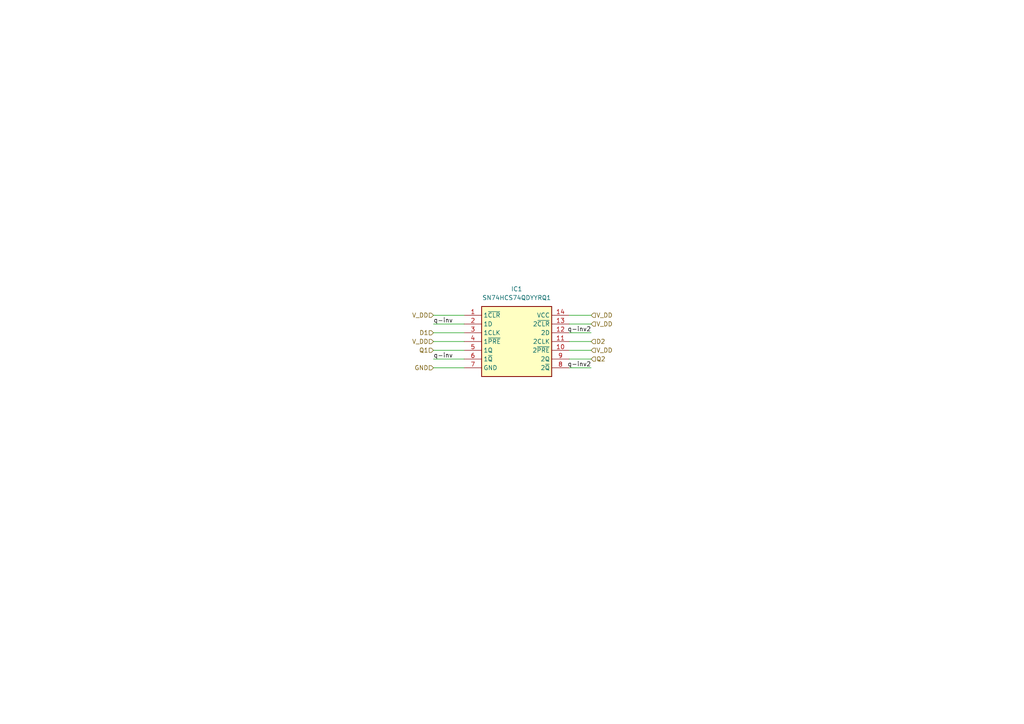
<source format=kicad_sch>
(kicad_sch (version 20250114) (generator "eeschema") (generator_version "9.0")
  (paper "A4")
  (lib_symbols
    (symbol "symbols:SN74HCS74QDYYRQ1"
      (property "Reference" "IC" (at 26.67 7.62 0))
      (property "Value" "SN74HCS74QDYYRQ1" (at 26.67 5.08 0))
      (symbol "SN74HCS74QDYYRQ1_1_1"
        (rectangle (start 5.08 2.54) (end 25.4 -17.78) (stroke (width 0.254)) (fill (type background)))
        (pin passive line (at 0 0 0) (length 5.08) (name "1~{CLR}") (number "1"))
        (pin passive line (at 0 -2.54 0) (length 5.08) (name "1D") (number "2"))
        (pin passive line (at 0 -5.08 0) (length 5.08) (name "1CLK") (number "3"))
        (pin passive line (at 0 -7.62 0) (length 5.08) (name "1~{PRE}") (number "4"))
        (pin passive line (at 0 -10.16 0) (length 5.08) (name "1Q") (number "5"))
        (pin passive line (at 0 -12.7 0) (length 5.08) (name "1~{Q}") (number "6"))
        (pin passive line (at 0 -15.24 0) (length 5.08) (name "GND") (number "7"))
        (pin passive line (at 30.48 0 180) (length 5.08) (name "VCC") (number "14"))
        (pin passive line (at 30.48 -2.54 180) (length 5.08) (name "2~{CLR}") (number "13"))
        (pin passive line (at 30.48 -5.08 180) (length 5.08) (name "2D") (number "12"))
        (pin passive line (at 30.48 -7.62 180) (length 5.08) (name "2CLK") (number "11"))
        (pin passive line (at 30.48 -10.16 180) (length 5.08) (name "2~{PRE}") (number "10"))
        (pin passive line (at 30.48 -12.7 180) (length 5.08) (name "2Q") (number "9"))
        (pin passive line (at 30.48 -15.24 180) (length 5.08) (name "2~{Q}") (number "8"))
      )
    )
  )
  (wire (pts (xy 165.1 99.06) (xy 171.45 99.06)))
  (wire (pts (xy 125.73 106.68) (xy 134.62 106.68)))
  (wire (pts (xy 165.1 96.52) (xy 171.45 96.52)))
  (wire (pts (xy 125.73 91.44) (xy 134.62 91.44)))
  (wire (pts (xy 125.73 96.52) (xy 134.62 96.52)))
  (wire (pts (xy 125.73 104.14) (xy 134.62 104.14)))
  (wire (pts (xy 125.73 101.6) (xy 134.62 101.6)))
  (wire (pts (xy 165.1 93.98) (xy 171.45 93.98)))
  (wire (pts (xy 165.1 101.6) (xy 171.45 101.6)))
  (wire (pts (xy 165.1 104.14) (xy 171.45 104.14)))
  (wire (pts (xy 165.1 91.44) (xy 171.45 91.44)))
  (wire (pts (xy 125.73 93.98) (xy 134.62 93.98)))
  (wire (pts (xy 125.73 99.06) (xy 134.62 99.06)))
  (wire (pts (xy 165.1 106.68) (xy 171.45 106.68)))
  (label "q-inv" (at 125.73 93.98 0))
  (label "q-inv" (at 125.73 104.14 0))
  (label "q-inv2" (at 171.45 96.52 180))
  (label "q-inv2" (at 171.45 106.68 180))
  (hierarchical_label "Q2" (shape input) (at 171.45 104.14 0))
  (hierarchical_label "Q1" (shape input) (at 125.73 101.6 180))
  (hierarchical_label "V_DD" (shape input) (at 171.45 101.6 0))
  (hierarchical_label "V_DD" (shape input) (at 171.45 93.98 0))
  (hierarchical_label "D1" (shape input) (at 125.73 96.52 180))
  (hierarchical_label "V_DD" (shape input) (at 125.73 91.44 180))
  (hierarchical_label "GND" (shape input) (at 125.73 106.68 180))
  (hierarchical_label "V_DD" (shape input) (at 171.45 91.44 0))
  (hierarchical_label "V_DD" (shape input) (at 125.73 99.06 180))
  (hierarchical_label "D2" (shape input) (at 171.45 99.06 0))
  (symbol (lib_id "symbols:SN74HCS74QDYYRQ1") (at 134.62 91.44 0) (unit 1)
    (property "Reference" "IC1" (at 149.86 83.82 0))
    (property "Value" "SN74HCS74QDYYRQ1" (at 149.86 86.36 0))
    (property "Footprint" "SOP50P326X110-14N" (effects (hide yes)))
    (property "Datasheet" "https://www.ti.com/lit/ds/symlink/sn74hcs74-q1.pdf?HQS=dis-dk-null-digikeymode-dsf-pf-null-wwe&ts=1744768582869&ref_url=https%253A%252F%252Fwww.ti.com%252Fgeneral%252Fdocs%252Fsuppproductinfo.tsp%253FdistId%253D10%2526gotoUrl%253Dhttps%253A%252F%252Fwww.t" (effects (hide yes)))
    (property "Description" "Flip Flop 2 Element D-Type 1 Bit Positive Edge SOT-23-14 Thin, SOT-23 Variant" (effects (hide yes)))
    (property "Height" "1.1" (effects (hide yes)))
    (property "Mouser Part Number" "595-SN74HCS74QDYYRQ1" (effects (hide yes)))
    (property "Mouser Price/Stock" "https://www.mouser.co.uk/ProductDetail/Texas-Instruments/SN74HCS74QDYYRQ1?qs=rSMjJ%252B1ewcSiP%2FwhRO3%2FKA%3D%3D" (effects (hide yes)))
    (property "Manufacturer_Name" "Texas Instruments" (effects (hide yes)))
    (property "Manufacturer_Part_Number" "SN74HCS74QDYYRQ1" (effects (hide yes)))
  )
)
</source>
